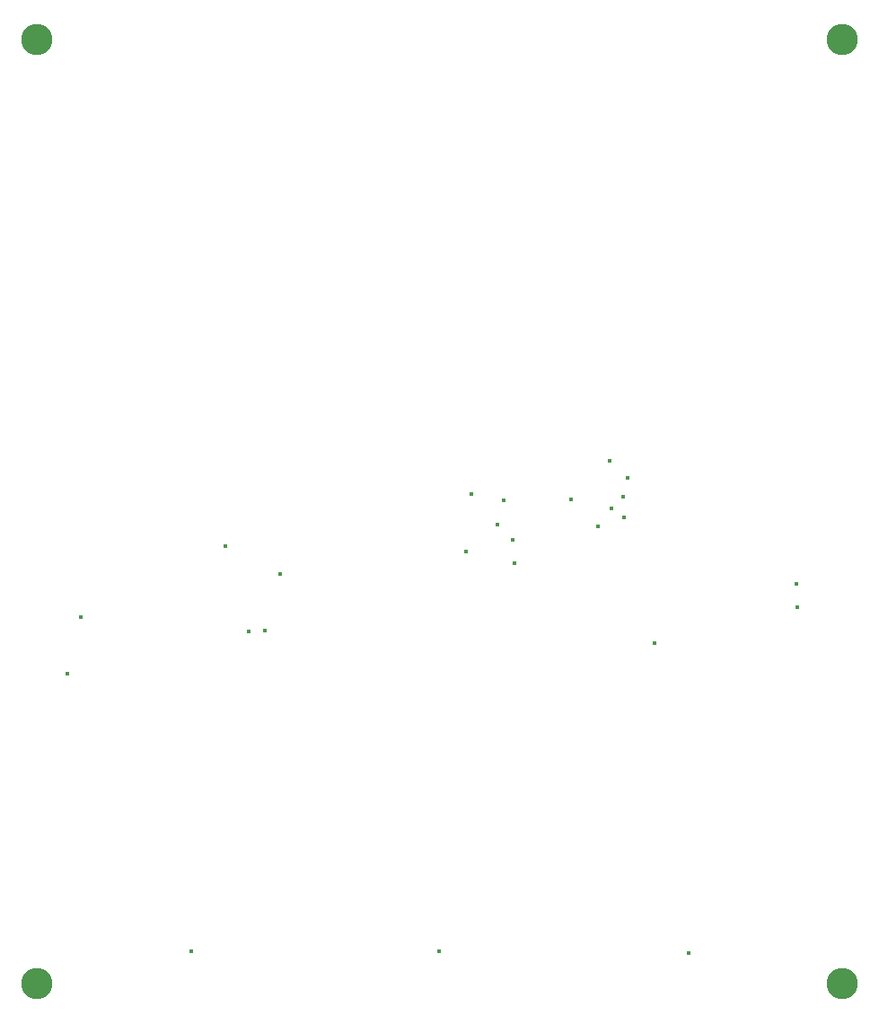
<source format=gbr>
%TF.GenerationSoftware,KiCad,Pcbnew,(6.0.9)*%
%TF.CreationDate,2023-01-30T20:44:01-08:00*%
%TF.ProjectId,solar-panel-NoCutout,736f6c61-722d-4706-916e-656c2d4e6f43,2.0*%
%TF.SameCoordinates,Original*%
%TF.FileFunction,Plated,1,4,PTH,Drill*%
%TF.FilePolarity,Positive*%
%FSLAX46Y46*%
G04 Gerber Fmt 4.6, Leading zero omitted, Abs format (unit mm)*
G04 Created by KiCad (PCBNEW (6.0.9)) date 2023-01-30 20:44:01*
%MOMM*%
%LPD*%
G01*
G04 APERTURE LIST*
%TA.AperFunction,ViaDrill*%
%ADD10C,0.400000*%
%TD*%
%TA.AperFunction,ComponentDrill*%
%ADD11C,2.950000*%
%TD*%
G04 APERTURE END LIST*
D10*
X109400000Y-130030000D03*
X110660000Y-124750000D03*
X121120000Y-156220000D03*
X124270000Y-118000000D03*
X126510000Y-126100000D03*
X128000001Y-126000001D03*
X129500000Y-120644998D03*
X144450000Y-156250000D03*
X147030000Y-118510000D03*
X147475000Y-113105000D03*
X149990000Y-115990000D03*
X150540000Y-113710000D03*
X151390000Y-117440000D03*
X151530000Y-119620000D03*
X156860000Y-113670000D03*
X159470000Y-116130000D03*
X160570000Y-109960000D03*
X160750000Y-114500000D03*
X161820000Y-113350000D03*
X161890000Y-115330000D03*
X162260000Y-111570000D03*
X164800000Y-127190000D03*
X168000000Y-156390000D03*
X178120000Y-121620000D03*
X178200000Y-123800000D03*
D11*
%TO.C,J2*%
X106500000Y-70300000D03*
%TO.C,J3*%
X106500000Y-159300000D03*
%TO.C,J4*%
X182500000Y-70300000D03*
%TO.C,J5*%
X182500000Y-159300000D03*
M02*

</source>
